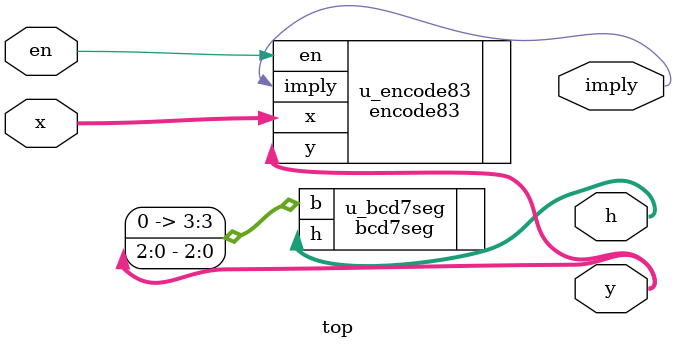
<source format=v>
module top(
    input [7:0]x,
    input en,
    output reg [2:0] y,
    output imply,
    output reg[6:0]h
);


    // output declaration of module encode83
    
    
    encode83 u_encode83(
        .x     	(x      ),
        .en    	(en     ),
        .y     	(y      ),
        .imply 	(imply  )
    );
    
    // output declaration of module bcd7seg
    // reg [6:0] h;
    
    bcd7seg u_bcd7seg(
        .b 	({1'b0, y} ),
        .h 	(h  )
    );
    
    
endmodule //top   
</source>
